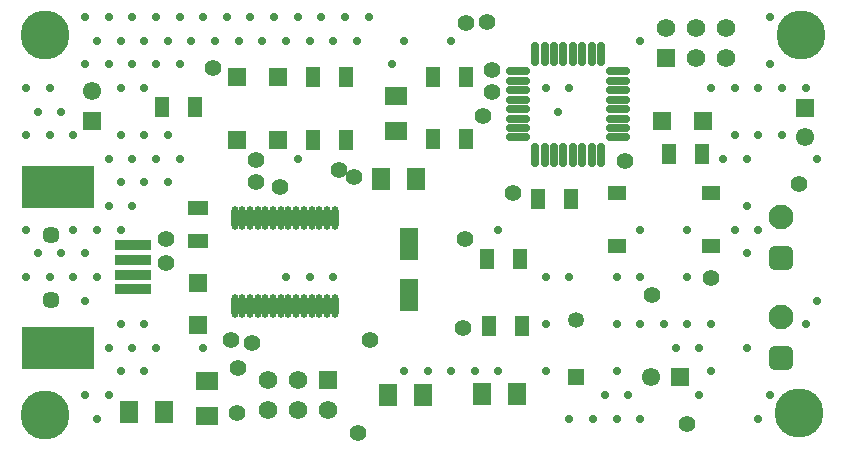
<source format=gts>
G04*
G04 #@! TF.GenerationSoftware,Altium Limited,Altium Designer,23.10.1 (27)*
G04*
G04 Layer_Color=8388736*
%FSLAX44Y44*%
%MOMM*%
G71*
G04*
G04 #@! TF.SameCoordinates,F5A69C73-B6B7-4C8D-B8A1-BB125D59BB46*
G04*
G04*
G04 #@! TF.FilePolarity,Negative*
G04*
G01*
G75*
%ADD14R,1.5000X1.5000*%
%ADD15R,1.2557X1.7582*%
%ADD16R,1.5000X1.5000*%
%ADD17R,1.8582X1.5057*%
%ADD18R,1.5057X1.8582*%
%ADD22R,1.7582X1.2557*%
%ADD23R,1.5500X1.3000*%
%ADD26R,1.6000X2.8000*%
%ADD27R,3.1500X0.8500*%
%ADD28R,6.1900X3.5500*%
%ADD29O,0.6000X2.0000*%
%ADD30O,0.7500X2.1000*%
%ADD31O,2.1000X0.7500*%
%ADD32C,1.5700*%
%ADD33R,1.5700X1.5700*%
%ADD34C,1.4500*%
%ADD35C,2.1000*%
G04:AMPARAMS|DCode=36|XSize=2.1mm|YSize=2.1mm|CornerRadius=0.5625mm|HoleSize=0mm|Usage=FLASHONLY|Rotation=90.000|XOffset=0mm|YOffset=0mm|HoleType=Round|Shape=RoundedRectangle|*
%AMROUNDEDRECTD36*
21,1,2.1000,0.9750,0,0,90.0*
21,1,0.9750,2.1000,0,0,90.0*
1,1,1.1250,0.4875,0.4875*
1,1,1.1250,0.4875,-0.4875*
1,1,1.1250,-0.4875,-0.4875*
1,1,1.1250,-0.4875,0.4875*
%
%ADD36ROUNDEDRECTD36*%
%ADD37R,1.5500X1.5500*%
%ADD38C,1.5500*%
%ADD39R,1.5500X1.5500*%
%ADD40C,1.3500*%
%ADD41R,1.3500X1.3500*%
%ADD42C,4.1500*%
%ADD43C,0.7000*%
%ADD44C,1.4200*%
D14*
X843280Y532130D02*
D03*
X808280D02*
D03*
X483590Y515620D02*
D03*
X448590D02*
D03*
X483590Y568960D02*
D03*
X448590D02*
D03*
D15*
X813985Y504190D02*
D03*
X842010D02*
D03*
X703538Y466090D02*
D03*
X731562D02*
D03*
X412835Y543560D02*
D03*
X384810D02*
D03*
X689652Y358140D02*
D03*
X661628D02*
D03*
X688425Y415290D02*
D03*
X660400D02*
D03*
X642662Y516890D02*
D03*
X614638D02*
D03*
X642662Y568960D02*
D03*
X614638D02*
D03*
X541062Y515620D02*
D03*
X513038D02*
D03*
X541062Y568960D02*
D03*
X513038D02*
D03*
D16*
X415290Y394690D02*
D03*
Y359690D02*
D03*
D17*
X422910Y282418D02*
D03*
Y311942D02*
D03*
X582930Y523718D02*
D03*
Y553242D02*
D03*
D18*
X357348Y285750D02*
D03*
X386872D02*
D03*
X576265Y299720D02*
D03*
X605790D02*
D03*
X570708Y482600D02*
D03*
X600232D02*
D03*
X655798Y300990D02*
D03*
X685322D02*
D03*
D22*
X415290Y430488D02*
D03*
Y458512D02*
D03*
D23*
X850010Y425810D02*
D03*
X770510D02*
D03*
X850010Y470810D02*
D03*
X770510D02*
D03*
D26*
X594360Y427900D02*
D03*
Y384900D02*
D03*
D27*
X360830Y414360D02*
D03*
Y401860D02*
D03*
Y426860D02*
D03*
Y389360D02*
D03*
D28*
X296830Y340110D02*
D03*
Y476110D02*
D03*
D29*
X531200Y450000D02*
D03*
X524700D02*
D03*
X518200D02*
D03*
X511700D02*
D03*
X505200D02*
D03*
X498700D02*
D03*
X492200D02*
D03*
X485700D02*
D03*
X479200D02*
D03*
X472700D02*
D03*
X466200D02*
D03*
X459700D02*
D03*
X453200D02*
D03*
X446700D02*
D03*
X531200Y375500D02*
D03*
X524700D02*
D03*
X518200D02*
D03*
X511700D02*
D03*
X505200D02*
D03*
X498700D02*
D03*
X492200D02*
D03*
X485700D02*
D03*
X479200D02*
D03*
X472700D02*
D03*
X466200D02*
D03*
X459700D02*
D03*
X453200D02*
D03*
X446700D02*
D03*
D30*
X700980Y503600D02*
D03*
X708980D02*
D03*
X716980D02*
D03*
X724980D02*
D03*
X732980D02*
D03*
X740980D02*
D03*
X748980D02*
D03*
X756980D02*
D03*
Y588600D02*
D03*
X748980D02*
D03*
X740980D02*
D03*
X732980D02*
D03*
X724980D02*
D03*
X716980D02*
D03*
X708980D02*
D03*
X700980D02*
D03*
D31*
X771480Y518100D02*
D03*
Y526100D02*
D03*
Y534100D02*
D03*
Y542100D02*
D03*
Y550100D02*
D03*
Y558100D02*
D03*
Y566100D02*
D03*
Y574100D02*
D03*
X686480D02*
D03*
Y566100D02*
D03*
Y558100D02*
D03*
Y550100D02*
D03*
Y542100D02*
D03*
Y534100D02*
D03*
Y526100D02*
D03*
Y518100D02*
D03*
D32*
X862330Y610870D02*
D03*
X836930D02*
D03*
X811530D02*
D03*
X862330Y585470D02*
D03*
X836930D02*
D03*
X474980Y287020D02*
D03*
X500380D02*
D03*
X525780D02*
D03*
X474980Y312420D02*
D03*
X500380D02*
D03*
D33*
X811530Y585470D02*
D03*
X525780Y312420D02*
D03*
D34*
X290830Y435610D02*
D03*
Y380610D02*
D03*
D35*
X909320Y450850D02*
D03*
Y366470D02*
D03*
D36*
Y415850D02*
D03*
Y331470D02*
D03*
D37*
X929640Y543160D02*
D03*
X326220Y532330D02*
D03*
D38*
X929640Y518160D02*
D03*
X798830Y314960D02*
D03*
X326220Y557330D02*
D03*
D39*
X823830Y314960D02*
D03*
D40*
X735330Y363760D02*
D03*
D41*
Y314960D02*
D03*
D42*
X285750Y283210D02*
D03*
Y604520D02*
D03*
X924560Y284480D02*
D03*
X925830Y604520D02*
D03*
D43*
X940001Y500000D02*
D03*
Y380000D02*
D03*
X930001Y560000D02*
D03*
Y360000D02*
D03*
X900001Y620000D02*
D03*
Y580000D02*
D03*
X910001Y560000D02*
D03*
Y520000D02*
D03*
X900001Y300000D02*
D03*
X890001Y560000D02*
D03*
Y520000D02*
D03*
X880001Y500000D02*
D03*
Y460000D02*
D03*
X890001Y440000D02*
D03*
X880001Y420000D02*
D03*
Y340000D02*
D03*
X890001Y280000D02*
D03*
X870001Y560000D02*
D03*
Y520000D02*
D03*
X860001Y500000D02*
D03*
X870001Y440000D02*
D03*
X850001Y560000D02*
D03*
Y360000D02*
D03*
X840001Y340000D02*
D03*
X850001Y320000D02*
D03*
X840001Y300000D02*
D03*
X830000Y440000D02*
D03*
Y400000D02*
D03*
Y360000D02*
D03*
X820000Y340000D02*
D03*
X810000Y360000D02*
D03*
X790000Y600000D02*
D03*
Y440000D02*
D03*
Y400000D02*
D03*
Y360000D02*
D03*
X780000Y300000D02*
D03*
X790000Y280000D02*
D03*
X770000Y400000D02*
D03*
Y360000D02*
D03*
Y320000D02*
D03*
X760000Y300000D02*
D03*
X770000Y280000D02*
D03*
X750000D02*
D03*
X730000Y560000D02*
D03*
X720000Y540000D02*
D03*
X730000Y400000D02*
D03*
Y280000D02*
D03*
X710000Y560000D02*
D03*
Y400000D02*
D03*
Y360000D02*
D03*
Y320000D02*
D03*
X670000Y440000D02*
D03*
Y320000D02*
D03*
X650000D02*
D03*
X630000Y600000D02*
D03*
Y320000D02*
D03*
X610000D02*
D03*
X590000Y600000D02*
D03*
X580000Y580000D02*
D03*
X590000Y320000D02*
D03*
X560000Y620000D02*
D03*
X540000D02*
D03*
X550000Y600000D02*
D03*
X520000Y620000D02*
D03*
X530000Y600000D02*
D03*
Y400000D02*
D03*
X500000Y620000D02*
D03*
X510000Y600000D02*
D03*
X500000Y500000D02*
D03*
X510000Y400000D02*
D03*
X480000Y620000D02*
D03*
X490000Y600000D02*
D03*
Y400000D02*
D03*
X460000Y620000D02*
D03*
X470000Y600000D02*
D03*
X440000Y620000D02*
D03*
X450000Y600000D02*
D03*
X420000Y620000D02*
D03*
X430000Y600000D02*
D03*
X420000Y340000D02*
D03*
X400000Y620000D02*
D03*
X410000Y600000D02*
D03*
X400000Y580000D02*
D03*
Y500000D02*
D03*
X380000Y620000D02*
D03*
X390000Y600000D02*
D03*
X380000Y580000D02*
D03*
X390000Y520000D02*
D03*
X380000Y500000D02*
D03*
X390000Y480000D02*
D03*
X380000Y340000D02*
D03*
X360000Y620000D02*
D03*
X370000Y600000D02*
D03*
X360000Y580000D02*
D03*
X370000Y560000D02*
D03*
Y520000D02*
D03*
X360000Y500000D02*
D03*
X370000Y480000D02*
D03*
X360000Y460000D02*
D03*
X370000Y360000D02*
D03*
X360000Y340000D02*
D03*
X370000Y320000D02*
D03*
X340000Y620000D02*
D03*
X350000Y600000D02*
D03*
X340000Y580000D02*
D03*
X350000Y560000D02*
D03*
Y520000D02*
D03*
X340000Y500000D02*
D03*
X350000Y480000D02*
D03*
X340000Y460000D02*
D03*
X350000Y440000D02*
D03*
Y360000D02*
D03*
X340000Y340000D02*
D03*
X350000Y320000D02*
D03*
X340000Y300000D02*
D03*
X320000Y620000D02*
D03*
X330000Y600000D02*
D03*
X320000Y580000D02*
D03*
X330000Y440000D02*
D03*
X320000Y420000D02*
D03*
X330000Y400000D02*
D03*
X320000Y380000D02*
D03*
Y300000D02*
D03*
X330000Y280000D02*
D03*
X300000Y540000D02*
D03*
X310000Y520000D02*
D03*
Y440000D02*
D03*
X300000Y420000D02*
D03*
X310000Y400000D02*
D03*
X290000Y560000D02*
D03*
X280000Y540000D02*
D03*
X290000Y520000D02*
D03*
X280000Y420000D02*
D03*
X290000Y400000D02*
D03*
X270000Y560000D02*
D03*
Y520000D02*
D03*
Y440000D02*
D03*
Y400000D02*
D03*
D44*
X660400Y615950D02*
D03*
X924560Y478790D02*
D03*
X464820Y480060D02*
D03*
X485140Y476250D02*
D03*
X547436Y484546D02*
D03*
X534670Y490220D02*
D03*
X464820Y499110D02*
D03*
X461010Y344170D02*
D03*
X443230Y346710D02*
D03*
X449580Y322580D02*
D03*
X551180Y267970D02*
D03*
X561340Y346710D02*
D03*
X448310Y284480D02*
D03*
X829310Y275590D02*
D03*
X777240Y497840D02*
D03*
X642620Y614680D02*
D03*
X640080Y356870D02*
D03*
X681990Y471170D02*
D03*
X641350Y431800D02*
D03*
X849630Y398780D02*
D03*
X664210Y556260D02*
D03*
X800100Y384810D02*
D03*
X656590Y535940D02*
D03*
X664210Y575310D02*
D03*
X427990Y576580D02*
D03*
X388620Y431800D02*
D03*
Y411480D02*
D03*
M02*

</source>
